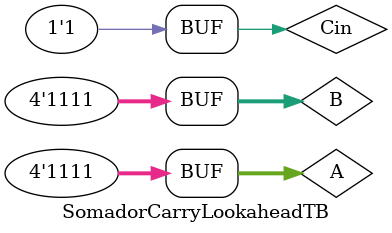
<source format=sv>
`timescale 1ns/1ns

module SomadorCarryLookaheadTB;

	reg [3:0] A, B;
	reg Cin;
	wire [4:0] S;

	SomadorCarryLookahead somador(
		.A(A),
		.B(B),
		.Cin(Cin),
		.S(S)
	);

	initial
		begin
			#10;
			A = 4'b0010;
			B = 4'b1000;
			Cin = 1'b0;
			#10;
			A = 4'b0110;
			B = 4'b1010;
			Cin = 1'b0;
			#10;
			A = 4'b1010;
			B = 4'b0110;
			Cin = 1'b1;
			#10;
			A = 4'b1111;
			B = 4'b1111;
			Cin = 1'b1;
			#10;
		end
endmodule 
</source>
